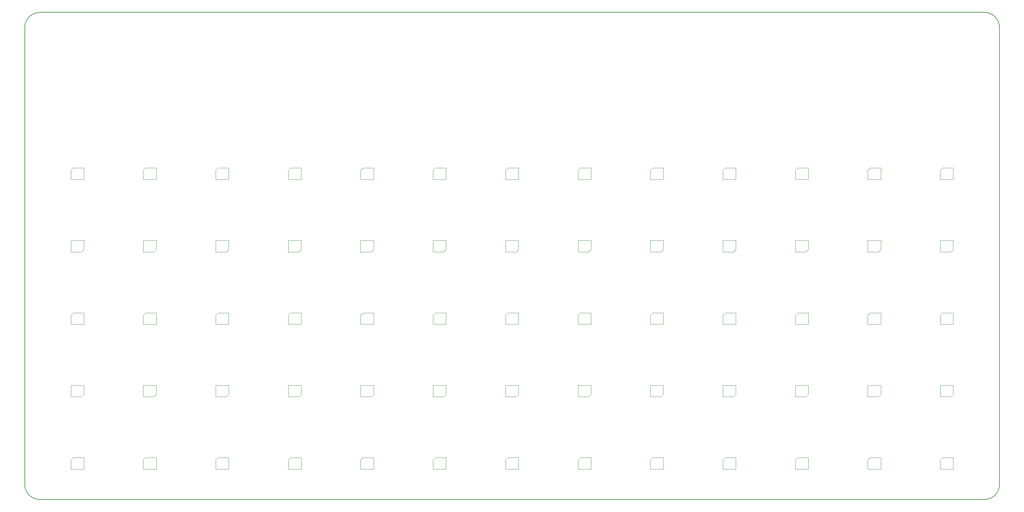
<source format=gm1>
G04 #@! TF.GenerationSoftware,KiCad,Pcbnew,9.0.2*
G04 #@! TF.CreationDate,2025-07-13T16:57:08+05:30*
G04 #@! TF.ProjectId,pcb,7063622e-6b69-4636-9164-5f7063625858,rev?*
G04 #@! TF.SameCoordinates,Original*
G04 #@! TF.FileFunction,Profile,NP*
%FSLAX46Y46*%
G04 Gerber Fmt 4.6, Leading zero omitted, Abs format (unit mm)*
G04 Created by KiCad (PCBNEW 9.0.2) date 2025-07-13 16:57:08*
%MOMM*%
%LPD*%
G01*
G04 APERTURE LIST*
G04 #@! TA.AperFunction,Profile*
%ADD10C,0.150000*%
G04 #@! TD*
G04 #@! TA.AperFunction,Profile*
%ADD11C,0.100000*%
G04 #@! TD*
G04 APERTURE END LIST*
D10*
X270280000Y-29770000D02*
G75*
G02*
X274280000Y-33770000I0J-4000000D01*
G01*
X18280000Y-33770000D02*
X18280000Y-153770000D01*
X270280000Y-29770000D02*
X22280000Y-29770000D01*
X22280000Y-157770000D02*
X270280000Y-157770000D01*
X274280000Y-153770000D02*
G75*
G02*
X270280000Y-157770000I-4000000J0D01*
G01*
X18280000Y-33770000D02*
G75*
G02*
X22280000Y-29770000I4000000J0D01*
G01*
X274280000Y-33770000D02*
X274280000Y-153770000D01*
X22280000Y-157770000D02*
G75*
G02*
X18280000Y-153770000I0J4000000D01*
G01*
D11*
X182600000Y-127735000D02*
X186000000Y-127735000D01*
X182600000Y-130735000D02*
X182600000Y-127735000D01*
X185400000Y-130735000D02*
X182600000Y-130735000D01*
X186000000Y-127735000D02*
X186000000Y-130135000D01*
X186000000Y-130135000D02*
X185400000Y-130735000D01*
X49425000Y-109310000D02*
X50025000Y-108710000D01*
X49425000Y-111710000D02*
X49425000Y-109310000D01*
X50025000Y-108710000D02*
X52825000Y-108710000D01*
X52825000Y-108710000D02*
X52825000Y-111710000D01*
X52825000Y-111710000D02*
X49425000Y-111710000D01*
X30400000Y-147360000D02*
X31000000Y-146760000D01*
X30400000Y-149760000D02*
X30400000Y-147360000D01*
X31000000Y-146760000D02*
X33800000Y-146760000D01*
X33800000Y-146760000D02*
X33800000Y-149760000D01*
X33800000Y-149760000D02*
X30400000Y-149760000D01*
X201625000Y-127735000D02*
X205025000Y-127735000D01*
X201625000Y-130735000D02*
X201625000Y-127735000D01*
X204425000Y-130735000D02*
X201625000Y-130735000D01*
X205025000Y-127735000D02*
X205025000Y-130135000D01*
X205025000Y-130135000D02*
X204425000Y-130735000D01*
X125525000Y-127735000D02*
X128925000Y-127735000D01*
X125525000Y-130735000D02*
X125525000Y-127735000D01*
X128325000Y-130735000D02*
X125525000Y-130735000D01*
X128925000Y-127735000D02*
X128925000Y-130135000D01*
X128925000Y-130135000D02*
X128325000Y-130735000D01*
X106500000Y-109310000D02*
X107100000Y-108710000D01*
X106500000Y-111710000D02*
X106500000Y-109310000D01*
X107100000Y-108710000D02*
X109900000Y-108710000D01*
X109900000Y-108710000D02*
X109900000Y-111710000D01*
X109900000Y-111710000D02*
X106500000Y-111710000D01*
X49425000Y-71260000D02*
X50025000Y-70660000D01*
X49425000Y-73660000D02*
X49425000Y-71260000D01*
X50025000Y-70660000D02*
X52825000Y-70660000D01*
X52825000Y-70660000D02*
X52825000Y-73660000D01*
X52825000Y-73660000D02*
X49425000Y-73660000D01*
X163575000Y-109310000D02*
X164175000Y-108710000D01*
X163575000Y-111710000D02*
X163575000Y-109310000D01*
X164175000Y-108710000D02*
X166975000Y-108710000D01*
X166975000Y-108710000D02*
X166975000Y-111710000D01*
X166975000Y-111710000D02*
X163575000Y-111710000D01*
X87475000Y-89685000D02*
X90875000Y-89685000D01*
X87475000Y-92685000D02*
X87475000Y-89685000D01*
X90275000Y-92685000D02*
X87475000Y-92685000D01*
X90875000Y-89685000D02*
X90875000Y-92085000D01*
X90875000Y-92085000D02*
X90275000Y-92685000D01*
X220650000Y-89685000D02*
X224050000Y-89685000D01*
X220650000Y-92685000D02*
X220650000Y-89685000D01*
X223450000Y-92685000D02*
X220650000Y-92685000D01*
X224050000Y-89685000D02*
X224050000Y-92085000D01*
X224050000Y-92085000D02*
X223450000Y-92685000D01*
X258699999Y-147360000D02*
X259299999Y-146760000D01*
X258699999Y-149760000D02*
X258699999Y-147360000D01*
X259299999Y-146760000D02*
X262099999Y-146760000D01*
X262099999Y-146760000D02*
X262099999Y-149760000D01*
X262099999Y-149760000D02*
X258699999Y-149760000D01*
X201625000Y-147360000D02*
X202225000Y-146760000D01*
X201625000Y-149760000D02*
X201625000Y-147360000D01*
X202225000Y-146760000D02*
X205025000Y-146760000D01*
X205025000Y-146760000D02*
X205025000Y-149760000D01*
X205025000Y-149760000D02*
X201625000Y-149760000D01*
X182600000Y-71260000D02*
X183200000Y-70660000D01*
X182600000Y-73660000D02*
X182600000Y-71260000D01*
X183200000Y-70660000D02*
X186000000Y-70660000D01*
X186000000Y-70660000D02*
X186000000Y-73660000D01*
X186000000Y-73660000D02*
X182600000Y-73660000D01*
X68450000Y-71260000D02*
X69050000Y-70660000D01*
X68450000Y-73660000D02*
X68450000Y-71260000D01*
X69050000Y-70660000D02*
X71850000Y-70660000D01*
X71850000Y-70660000D02*
X71850000Y-73660000D01*
X71850000Y-73660000D02*
X68450000Y-73660000D01*
X68450000Y-127735000D02*
X71850000Y-127735000D01*
X68450000Y-130735000D02*
X68450000Y-127735000D01*
X71250000Y-130735000D02*
X68450000Y-130735000D01*
X71850000Y-127735000D02*
X71850000Y-130135000D01*
X71850000Y-130135000D02*
X71250000Y-130735000D01*
X220650000Y-127735000D02*
X224050000Y-127735000D01*
X220650000Y-130735000D02*
X220650000Y-127735000D01*
X223450000Y-130735000D02*
X220650000Y-130735000D01*
X224050000Y-127735000D02*
X224050000Y-130135000D01*
X224050000Y-130135000D02*
X223450000Y-130735000D01*
X30400000Y-89685000D02*
X33800000Y-89685000D01*
X30400000Y-92685000D02*
X30400000Y-89685000D01*
X33200000Y-92685000D02*
X30400000Y-92685000D01*
X33800000Y-89685000D02*
X33800000Y-92085000D01*
X33800000Y-92085000D02*
X33200000Y-92685000D01*
X49425000Y-89685000D02*
X52825000Y-89685000D01*
X49425000Y-92685000D02*
X49425000Y-89685000D01*
X52225000Y-92685000D02*
X49425000Y-92685000D01*
X52825000Y-89685000D02*
X52825000Y-92085000D01*
X52825000Y-92085000D02*
X52225000Y-92685000D01*
X182600000Y-89685000D02*
X186000000Y-89685000D01*
X182600000Y-92685000D02*
X182600000Y-89685000D01*
X185400000Y-92685000D02*
X182600000Y-92685000D01*
X186000000Y-89685000D02*
X186000000Y-92085000D01*
X186000000Y-92085000D02*
X185400000Y-92685000D01*
X87475000Y-71260000D02*
X88075000Y-70660000D01*
X87475000Y-73660000D02*
X87475000Y-71260000D01*
X88075000Y-70660000D02*
X90875000Y-70660000D01*
X90875000Y-70660000D02*
X90875000Y-73660000D01*
X90875000Y-73660000D02*
X87475000Y-73660000D01*
X106500000Y-147360000D02*
X107100000Y-146760000D01*
X106500000Y-149760000D02*
X106500000Y-147360000D01*
X107100000Y-146760000D02*
X109900000Y-146760000D01*
X109900000Y-146760000D02*
X109900000Y-149760000D01*
X109900000Y-149760000D02*
X106500000Y-149760000D01*
X163575000Y-127735000D02*
X166975000Y-127735000D01*
X163575000Y-130735000D02*
X163575000Y-127735000D01*
X166375000Y-130735000D02*
X163575000Y-130735000D01*
X166975000Y-127735000D02*
X166975000Y-130135000D01*
X166975000Y-130135000D02*
X166375000Y-130735000D01*
X106500000Y-71260000D02*
X107100000Y-70660000D01*
X106500000Y-73660000D02*
X106500000Y-71260000D01*
X107100000Y-70660000D02*
X109900000Y-70660000D01*
X109900000Y-70660000D02*
X109900000Y-73660000D01*
X109900000Y-73660000D02*
X106500000Y-73660000D01*
X258699999Y-71260000D02*
X259299999Y-70660000D01*
X258699999Y-73660000D02*
X258699999Y-71260000D01*
X259299999Y-70660000D02*
X262099999Y-70660000D01*
X262099999Y-70660000D02*
X262099999Y-73660000D01*
X262099999Y-73660000D02*
X258699999Y-73660000D01*
X239674999Y-127735000D02*
X243074999Y-127735000D01*
X239674999Y-130735000D02*
X239674999Y-127735000D01*
X242474999Y-130735000D02*
X239674999Y-130735000D01*
X243074999Y-127735000D02*
X243074999Y-130135000D01*
X243074999Y-130135000D02*
X242474999Y-130735000D01*
X144550000Y-147360000D02*
X145150000Y-146760000D01*
X144550000Y-149760000D02*
X144550000Y-147360000D01*
X145150000Y-146760000D02*
X147950000Y-146760000D01*
X147950000Y-146760000D02*
X147950000Y-149760000D01*
X147950000Y-149760000D02*
X144550000Y-149760000D01*
X258699999Y-89685000D02*
X262099999Y-89685000D01*
X258699999Y-92685000D02*
X258699999Y-89685000D01*
X261499999Y-92685000D02*
X258699999Y-92685000D01*
X262099999Y-89685000D02*
X262099999Y-92085000D01*
X262099999Y-92085000D02*
X261499999Y-92685000D01*
X182600000Y-109310000D02*
X183200000Y-108710000D01*
X182600000Y-111710000D02*
X182600000Y-109310000D01*
X183200000Y-108710000D02*
X186000000Y-108710000D01*
X186000000Y-108710000D02*
X186000000Y-111710000D01*
X186000000Y-111710000D02*
X182600000Y-111710000D01*
X30400000Y-109310000D02*
X31000000Y-108710000D01*
X30400000Y-111710000D02*
X30400000Y-109310000D01*
X31000000Y-108710000D02*
X33800000Y-108710000D01*
X33800000Y-108710000D02*
X33800000Y-111710000D01*
X33800000Y-111710000D02*
X30400000Y-111710000D01*
X258699999Y-109310000D02*
X259299999Y-108710000D01*
X258699999Y-111710000D02*
X258699999Y-109310000D01*
X259299999Y-108710000D02*
X262099999Y-108710000D01*
X262099999Y-108710000D02*
X262099999Y-111710000D01*
X262099999Y-111710000D02*
X258699999Y-111710000D01*
X30400000Y-71260000D02*
X31000000Y-70660000D01*
X30400000Y-73660000D02*
X30400000Y-71260000D01*
X31000000Y-70660000D02*
X33800000Y-70660000D01*
X33800000Y-70660000D02*
X33800000Y-73660000D01*
X33800000Y-73660000D02*
X30400000Y-73660000D01*
X87475000Y-109310000D02*
X88075000Y-108710000D01*
X87475000Y-111710000D02*
X87475000Y-109310000D01*
X88075000Y-108710000D02*
X90875000Y-108710000D01*
X90875000Y-108710000D02*
X90875000Y-111710000D01*
X90875000Y-111710000D02*
X87475000Y-111710000D01*
X106500000Y-89685000D02*
X109900000Y-89685000D01*
X106500000Y-92685000D02*
X106500000Y-89685000D01*
X109300000Y-92685000D02*
X106500000Y-92685000D01*
X109900000Y-89685000D02*
X109900000Y-92085000D01*
X109900000Y-92085000D02*
X109300000Y-92685000D01*
X239674999Y-147360000D02*
X240274999Y-146760000D01*
X239674999Y-149760000D02*
X239674999Y-147360000D01*
X240274999Y-146760000D02*
X243074999Y-146760000D01*
X243074999Y-146760000D02*
X243074999Y-149760000D01*
X243074999Y-149760000D02*
X239674999Y-149760000D01*
X125525000Y-89685000D02*
X128925000Y-89685000D01*
X125525000Y-92685000D02*
X125525000Y-89685000D01*
X128325000Y-92685000D02*
X125525000Y-92685000D01*
X128925000Y-89685000D02*
X128925000Y-92085000D01*
X128925000Y-92085000D02*
X128325000Y-92685000D01*
X239674999Y-71260000D02*
X240274999Y-70660000D01*
X239674999Y-73660000D02*
X239674999Y-71260000D01*
X240274999Y-70660000D02*
X243074999Y-70660000D01*
X243074999Y-70660000D02*
X243074999Y-73660000D01*
X243074999Y-73660000D02*
X239674999Y-73660000D01*
X220650000Y-71260000D02*
X221250000Y-70660000D01*
X220650000Y-73660000D02*
X220650000Y-71260000D01*
X221250000Y-70660000D02*
X224050000Y-70660000D01*
X224050000Y-70660000D02*
X224050000Y-73660000D01*
X224050000Y-73660000D02*
X220650000Y-73660000D01*
X144550000Y-127735000D02*
X147950000Y-127735000D01*
X144550000Y-130735000D02*
X144550000Y-127735000D01*
X147350000Y-130735000D02*
X144550000Y-130735000D01*
X147950000Y-127735000D02*
X147950000Y-130135000D01*
X147950000Y-130135000D02*
X147350000Y-130735000D01*
X49425000Y-127735000D02*
X52825000Y-127735000D01*
X49425000Y-130735000D02*
X49425000Y-127735000D01*
X52225000Y-130735000D02*
X49425000Y-130735000D01*
X52825000Y-127735000D02*
X52825000Y-130135000D01*
X52825000Y-130135000D02*
X52225000Y-130735000D01*
X68450000Y-147360000D02*
X69050000Y-146760000D01*
X68450000Y-149760000D02*
X68450000Y-147360000D01*
X69050000Y-146760000D02*
X71850000Y-146760000D01*
X71850000Y-146760000D02*
X71850000Y-149760000D01*
X71850000Y-149760000D02*
X68450000Y-149760000D01*
X220650000Y-147360000D02*
X221250000Y-146760000D01*
X220650000Y-149760000D02*
X220650000Y-147360000D01*
X221250000Y-146760000D02*
X224050000Y-146760000D01*
X224050000Y-146760000D02*
X224050000Y-149760000D01*
X224050000Y-149760000D02*
X220650000Y-149760000D01*
X30400000Y-127735000D02*
X33800000Y-127735000D01*
X30400000Y-130735000D02*
X30400000Y-127735000D01*
X33200000Y-130735000D02*
X30400000Y-130735000D01*
X33800000Y-127735000D02*
X33800000Y-130135000D01*
X33800000Y-130135000D02*
X33200000Y-130735000D01*
X163575000Y-89685000D02*
X166975000Y-89685000D01*
X163575000Y-92685000D02*
X163575000Y-89685000D01*
X166375000Y-92685000D02*
X163575000Y-92685000D01*
X166975000Y-89685000D02*
X166975000Y-92085000D01*
X166975000Y-92085000D02*
X166375000Y-92685000D01*
X68450000Y-109310000D02*
X69050000Y-108710000D01*
X68450000Y-111710000D02*
X68450000Y-109310000D01*
X69050000Y-108710000D02*
X71850000Y-108710000D01*
X71850000Y-108710000D02*
X71850000Y-111710000D01*
X71850000Y-111710000D02*
X68450000Y-111710000D01*
X144550000Y-71260000D02*
X145150000Y-70660000D01*
X144550000Y-73660000D02*
X144550000Y-71260000D01*
X145150000Y-70660000D02*
X147950000Y-70660000D01*
X147950000Y-70660000D02*
X147950000Y-73660000D01*
X147950000Y-73660000D02*
X144550000Y-73660000D01*
X68450000Y-89685000D02*
X71850000Y-89685000D01*
X68450000Y-92685000D02*
X68450000Y-89685000D01*
X71250000Y-92685000D02*
X68450000Y-92685000D01*
X71850000Y-89685000D02*
X71850000Y-92085000D01*
X71850000Y-92085000D02*
X71250000Y-92685000D01*
X125525000Y-71260000D02*
X126125000Y-70660000D01*
X125525000Y-73660000D02*
X125525000Y-71260000D01*
X126125000Y-70660000D02*
X128925000Y-70660000D01*
X128925000Y-70660000D02*
X128925000Y-73660000D01*
X128925000Y-73660000D02*
X125525000Y-73660000D01*
X220650000Y-109310000D02*
X221250000Y-108710000D01*
X220650000Y-111710000D02*
X220650000Y-109310000D01*
X221250000Y-108710000D02*
X224050000Y-108710000D01*
X224050000Y-108710000D02*
X224050000Y-111710000D01*
X224050000Y-111710000D02*
X220650000Y-111710000D01*
X87475000Y-127735000D02*
X90875000Y-127735000D01*
X87475000Y-130735000D02*
X87475000Y-127735000D01*
X90275000Y-130735000D02*
X87475000Y-130735000D01*
X90875000Y-127735000D02*
X90875000Y-130135000D01*
X90875000Y-130135000D02*
X90275000Y-130735000D01*
X201625000Y-89685000D02*
X205025000Y-89685000D01*
X201625000Y-92685000D02*
X201625000Y-89685000D01*
X204425000Y-92685000D02*
X201625000Y-92685000D01*
X205025000Y-89685000D02*
X205025000Y-92085000D01*
X205025000Y-92085000D02*
X204425000Y-92685000D01*
X163575000Y-147360000D02*
X164175000Y-146760000D01*
X163575000Y-149760000D02*
X163575000Y-147360000D01*
X164175000Y-146760000D02*
X166975000Y-146760000D01*
X166975000Y-146760000D02*
X166975000Y-149760000D01*
X166975000Y-149760000D02*
X163575000Y-149760000D01*
X125525000Y-147360000D02*
X126125000Y-146760000D01*
X125525000Y-149760000D02*
X125525000Y-147360000D01*
X126125000Y-146760000D02*
X128925000Y-146760000D01*
X128925000Y-146760000D02*
X128925000Y-149760000D01*
X128925000Y-149760000D02*
X125525000Y-149760000D01*
X144550000Y-89685000D02*
X147950000Y-89685000D01*
X144550000Y-92685000D02*
X144550000Y-89685000D01*
X147350000Y-92685000D02*
X144550000Y-92685000D01*
X147950000Y-89685000D02*
X147950000Y-92085000D01*
X147950000Y-92085000D02*
X147350000Y-92685000D01*
X201625000Y-109310000D02*
X202225000Y-108710000D01*
X201625000Y-111710000D02*
X201625000Y-109310000D01*
X202225000Y-108710000D02*
X205025000Y-108710000D01*
X205025000Y-108710000D02*
X205025000Y-111710000D01*
X205025000Y-111710000D02*
X201625000Y-111710000D01*
X182600000Y-147360000D02*
X183200000Y-146760000D01*
X182600000Y-149760000D02*
X182600000Y-147360000D01*
X183200000Y-146760000D02*
X186000000Y-146760000D01*
X186000000Y-146760000D02*
X186000000Y-149760000D01*
X186000000Y-149760000D02*
X182600000Y-149760000D01*
X144550000Y-109310000D02*
X145150000Y-108710000D01*
X144550000Y-111710000D02*
X144550000Y-109310000D01*
X145150000Y-108710000D02*
X147950000Y-108710000D01*
X147950000Y-108710000D02*
X147950000Y-111710000D01*
X147950000Y-111710000D02*
X144550000Y-111710000D01*
X49425000Y-147360000D02*
X50025000Y-146760000D01*
X49425000Y-149760000D02*
X49425000Y-147360000D01*
X50025000Y-146760000D02*
X52825000Y-146760000D01*
X52825000Y-146760000D02*
X52825000Y-149760000D01*
X52825000Y-149760000D02*
X49425000Y-149760000D01*
X258699999Y-127735000D02*
X262099999Y-127735000D01*
X258699999Y-130735000D02*
X258699999Y-127735000D01*
X261499999Y-130735000D02*
X258699999Y-130735000D01*
X262099999Y-127735000D02*
X262099999Y-130135000D01*
X262099999Y-130135000D02*
X261499999Y-130735000D01*
X239674999Y-89685000D02*
X243074999Y-89685000D01*
X239674999Y-92685000D02*
X239674999Y-89685000D01*
X242474999Y-92685000D02*
X239674999Y-92685000D01*
X243074999Y-89685000D02*
X243074999Y-92085000D01*
X243074999Y-92085000D02*
X242474999Y-92685000D01*
X87475000Y-147360000D02*
X88075000Y-146760000D01*
X87475000Y-149760000D02*
X87475000Y-147360000D01*
X88075000Y-146760000D02*
X90875000Y-146760000D01*
X90875000Y-146760000D02*
X90875000Y-149760000D01*
X90875000Y-149760000D02*
X87475000Y-149760000D01*
X163575000Y-71260000D02*
X164175000Y-70660000D01*
X163575000Y-73660000D02*
X163575000Y-71260000D01*
X164175000Y-70660000D02*
X166975000Y-70660000D01*
X166975000Y-70660000D02*
X166975000Y-73660000D01*
X166975000Y-73660000D02*
X163575000Y-73660000D01*
X106500000Y-127735000D02*
X109900000Y-127735000D01*
X106500000Y-130735000D02*
X106500000Y-127735000D01*
X109300000Y-130735000D02*
X106500000Y-130735000D01*
X109900000Y-127735000D02*
X109900000Y-130135000D01*
X109900000Y-130135000D02*
X109300000Y-130735000D01*
X125525000Y-109310000D02*
X126125000Y-108710000D01*
X125525000Y-111710000D02*
X125525000Y-109310000D01*
X126125000Y-108710000D02*
X128925000Y-108710000D01*
X128925000Y-108710000D02*
X128925000Y-111710000D01*
X128925000Y-111710000D02*
X125525000Y-111710000D01*
X239674999Y-109310000D02*
X240274999Y-108710000D01*
X239674999Y-111710000D02*
X239674999Y-109310000D01*
X240274999Y-108710000D02*
X243074999Y-108710000D01*
X243074999Y-108710000D02*
X243074999Y-111710000D01*
X243074999Y-111710000D02*
X239674999Y-111710000D01*
X201625000Y-71260000D02*
X202225000Y-70660000D01*
X201625000Y-73660000D02*
X201625000Y-71260000D01*
X202225000Y-70660000D02*
X205025000Y-70660000D01*
X205025000Y-70660000D02*
X205025000Y-73660000D01*
X205025000Y-73660000D02*
X201625000Y-73660000D01*
M02*

</source>
